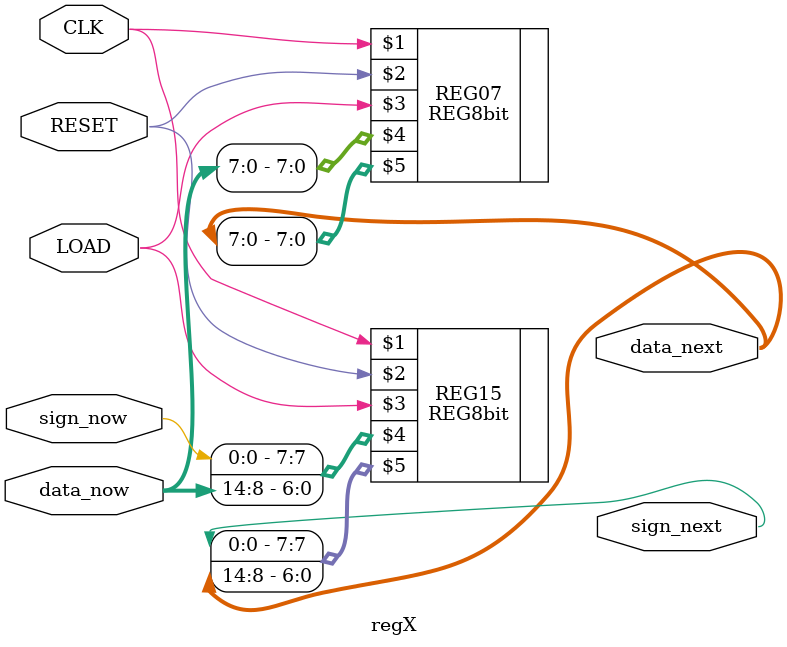
<source format=v>
module regX (CLK, RESET, LOAD, sign_now, data_now, sign_next, data_next);
input RESET, CLK, LOAD, sign_now;
input [14:0] data_now;
output [14:0] data_next;
output sign_next;

REG8bit REG07 (CLK, RESET, LOAD, data_now[7:0], data_next[7:0]);
REG8bit REG15 (CLK, RESET, LOAD, {sign_now, data_now[14:8]}, {sign_next, data_next[14:8]});
endmodule

</source>
